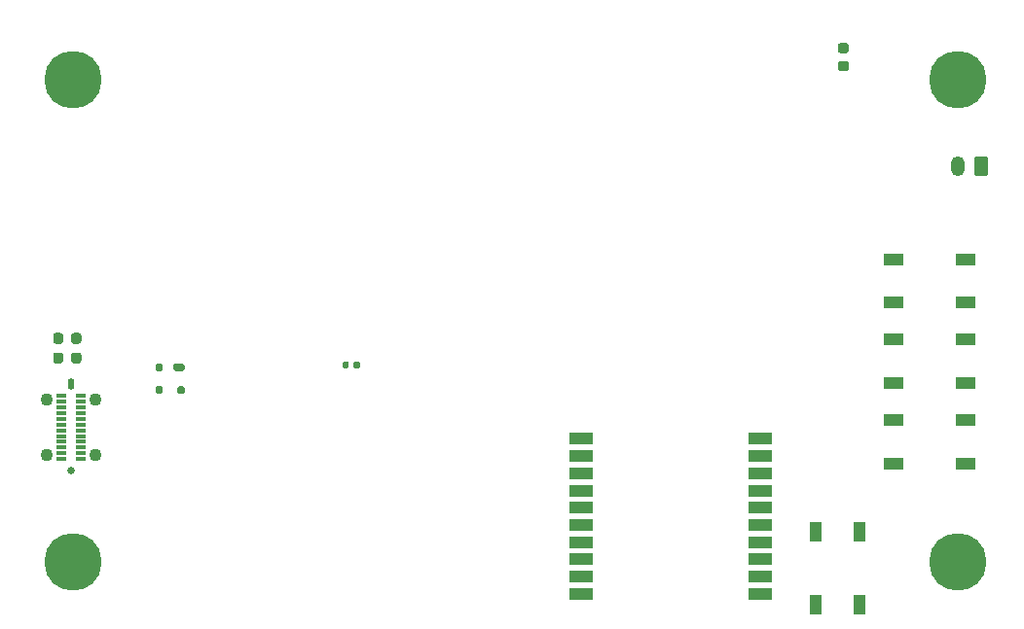
<source format=gts>
G04 #@! TF.GenerationSoftware,KiCad,Pcbnew,8.0.6+1*
G04 #@! TF.CreationDate,2025-02-16T06:01:57+00:00*
G04 #@! TF.ProjectId,gshps,67736870-732e-46b6-9963-61645f706362,C*
G04 #@! TF.SameCoordinates,Original*
G04 #@! TF.FileFunction,Soldermask,Top*
G04 #@! TF.FilePolarity,Negative*
%FSLAX46Y46*%
G04 Gerber Fmt 4.6, Leading zero omitted, Abs format (unit mm)*
G04 Created by KiCad (PCBNEW 8.0.6+1) date 2025-02-16 06:01:57*
%MOMM*%
%LPD*%
G01*
G04 APERTURE LIST*
%ADD10R,1.700000X1.000000*%
%ADD11C,5.000000*%
%ADD12C,0.660000*%
%ADD13O,0.580000X1.000000*%
%ADD14R,0.850000X0.300000*%
%ADD15C,1.100000*%
%ADD16R,1.000000X1.700000*%
%ADD17R,2.000000X1.000000*%
%ADD18O,1.200000X1.750000*%
G04 APERTURE END LIST*
G36*
G01*
X58440000Y-54970000D02*
X58440000Y-54630000D01*
G75*
G02*
X58580000Y-54490000I140000J0D01*
G01*
X58860000Y-54490000D01*
G75*
G02*
X59000000Y-54630000I0J-140000D01*
G01*
X59000000Y-54970000D01*
G75*
G02*
X58860000Y-55110000I-140000J0D01*
G01*
X58580000Y-55110000D01*
G75*
G02*
X58440000Y-54970000I0J140000D01*
G01*
G37*
G36*
G01*
X59400000Y-54970000D02*
X59400000Y-54630000D01*
G75*
G02*
X59540000Y-54490000I140000J0D01*
G01*
X59820000Y-54490000D01*
G75*
G02*
X59960000Y-54630000I0J-140000D01*
G01*
X59960000Y-54970000D01*
G75*
G02*
X59820000Y-55110000I-140000J0D01*
G01*
X59540000Y-55110000D01*
G75*
G02*
X59400000Y-54970000I0J140000D01*
G01*
G37*
D10*
X106350000Y-59600000D03*
X112650000Y-59600000D03*
X106350000Y-63400000D03*
X112650000Y-63400000D03*
D11*
X112000000Y-72000000D03*
D12*
X34835000Y-64000000D03*
D13*
X34835000Y-56500000D03*
D14*
X34000000Y-63000000D03*
X34000000Y-62500000D03*
X34000000Y-62000000D03*
X34000000Y-61500000D03*
X34000000Y-61000000D03*
X34000000Y-60500000D03*
X34000000Y-60000000D03*
X34000000Y-59500000D03*
X34000000Y-59000000D03*
X34000000Y-58500000D03*
X34000000Y-58000000D03*
X34000000Y-57500000D03*
X35670000Y-57500000D03*
X35670000Y-58000000D03*
X35670000Y-58500000D03*
X35670000Y-59000000D03*
X35670000Y-59500000D03*
X35670000Y-60000000D03*
X35670000Y-60500000D03*
X35670000Y-61000000D03*
X35670000Y-61500000D03*
X35670000Y-62000000D03*
X35670000Y-62500000D03*
X35670000Y-63000000D03*
D15*
X32685000Y-62650000D03*
X36985000Y-62650000D03*
X32685000Y-57850000D03*
X36985000Y-57850000D03*
D10*
X106350000Y-52600000D03*
X112650000Y-52600000D03*
X106350000Y-56400000D03*
X112650000Y-56400000D03*
X106350000Y-45600000D03*
X112650000Y-45600000D03*
X106350000Y-49400000D03*
X112650000Y-49400000D03*
D11*
X35000000Y-72000000D03*
X35000000Y-30000000D03*
G36*
G01*
X35725000Y-52243750D02*
X35725000Y-52756250D01*
G75*
G02*
X35506250Y-52975000I-218750J0D01*
G01*
X35068750Y-52975000D01*
G75*
G02*
X34850000Y-52756250I0J218750D01*
G01*
X34850000Y-52243750D01*
G75*
G02*
X35068750Y-52025000I218750J0D01*
G01*
X35506250Y-52025000D01*
G75*
G02*
X35725000Y-52243750I0J-218750D01*
G01*
G37*
G36*
G01*
X34150000Y-52243750D02*
X34150000Y-52756250D01*
G75*
G02*
X33931250Y-52975000I-218750J0D01*
G01*
X33493750Y-52975000D01*
G75*
G02*
X33275000Y-52756250I0J218750D01*
G01*
X33275000Y-52243750D01*
G75*
G02*
X33493750Y-52025000I218750J0D01*
G01*
X33931250Y-52025000D01*
G75*
G02*
X34150000Y-52243750I0J-218750D01*
G01*
G37*
G36*
G01*
X43875000Y-54650000D02*
X44525000Y-54650000D01*
G75*
G02*
X44700000Y-54825000I0J-175000D01*
G01*
X44700000Y-55175000D01*
G75*
G02*
X44525000Y-55350000I-175000J0D01*
G01*
X43875000Y-55350000D01*
G75*
G02*
X43700000Y-55175000I0J175000D01*
G01*
X43700000Y-54825000D01*
G75*
G02*
X43875000Y-54650000I175000J0D01*
G01*
G37*
G36*
G01*
X42350000Y-54650000D02*
X42650000Y-54650000D01*
G75*
G02*
X42800000Y-54800000I0J-150000D01*
G01*
X42800000Y-55200000D01*
G75*
G02*
X42650000Y-55350000I-150000J0D01*
G01*
X42350000Y-55350000D01*
G75*
G02*
X42200000Y-55200000I0J150000D01*
G01*
X42200000Y-54800000D01*
G75*
G02*
X42350000Y-54650000I150000J0D01*
G01*
G37*
G36*
G01*
X42350000Y-56650000D02*
X42650000Y-56650000D01*
G75*
G02*
X42800000Y-56800000I0J-150000D01*
G01*
X42800000Y-57200000D01*
G75*
G02*
X42650000Y-57350000I-150000J0D01*
G01*
X42350000Y-57350000D01*
G75*
G02*
X42200000Y-57200000I0J150000D01*
G01*
X42200000Y-56800000D01*
G75*
G02*
X42350000Y-56650000I150000J0D01*
G01*
G37*
G36*
G01*
X44250000Y-56650000D02*
X44550000Y-56650000D01*
G75*
G02*
X44700000Y-56800000I0J-150000D01*
G01*
X44700000Y-57200000D01*
G75*
G02*
X44550000Y-57350000I-150000J0D01*
G01*
X44250000Y-57350000D01*
G75*
G02*
X44100000Y-57200000I0J150000D01*
G01*
X44100000Y-56800000D01*
G75*
G02*
X44250000Y-56650000I150000J0D01*
G01*
G37*
X112000000Y-30000000D03*
G36*
G01*
X102256250Y-29225000D02*
X101743750Y-29225000D01*
G75*
G02*
X101525000Y-29006250I0J218750D01*
G01*
X101525000Y-28568750D01*
G75*
G02*
X101743750Y-28350000I218750J0D01*
G01*
X102256250Y-28350000D01*
G75*
G02*
X102475000Y-28568750I0J-218750D01*
G01*
X102475000Y-29006250D01*
G75*
G02*
X102256250Y-29225000I-218750J0D01*
G01*
G37*
G36*
G01*
X102256250Y-27650000D02*
X101743750Y-27650000D01*
G75*
G02*
X101525000Y-27431250I0J218750D01*
G01*
X101525000Y-26993750D01*
G75*
G02*
X101743750Y-26775000I218750J0D01*
G01*
X102256250Y-26775000D01*
G75*
G02*
X102475000Y-26993750I0J-218750D01*
G01*
X102475000Y-27431250D01*
G75*
G02*
X102256250Y-27650000I-218750J0D01*
G01*
G37*
G36*
G01*
X35725000Y-53943750D02*
X35725000Y-54456250D01*
G75*
G02*
X35506250Y-54675000I-218750J0D01*
G01*
X35068750Y-54675000D01*
G75*
G02*
X34850000Y-54456250I0J218750D01*
G01*
X34850000Y-53943750D01*
G75*
G02*
X35068750Y-53725000I218750J0D01*
G01*
X35506250Y-53725000D01*
G75*
G02*
X35725000Y-53943750I0J-218750D01*
G01*
G37*
G36*
G01*
X34150000Y-53943750D02*
X34150000Y-54456250D01*
G75*
G02*
X33931250Y-54675000I-218750J0D01*
G01*
X33493750Y-54675000D01*
G75*
G02*
X33275000Y-54456250I0J218750D01*
G01*
X33275000Y-53943750D01*
G75*
G02*
X33493750Y-53725000I218750J0D01*
G01*
X33931250Y-53725000D01*
G75*
G02*
X34150000Y-53943750I0J-218750D01*
G01*
G37*
D16*
X103400000Y-69350000D03*
X103400000Y-75650000D03*
X99600000Y-69350000D03*
X99600000Y-75650000D03*
D17*
X79200000Y-61250000D03*
X79200000Y-62750000D03*
X79200000Y-64250000D03*
X79200000Y-65750000D03*
X79200000Y-67250000D03*
X79200000Y-68750000D03*
X79200000Y-70250000D03*
X79200000Y-71750000D03*
X79200000Y-73250000D03*
X79200000Y-74750000D03*
X94800000Y-74750000D03*
X94800000Y-73250000D03*
X94800000Y-71750000D03*
X94800000Y-70250000D03*
X94800000Y-68750000D03*
X94800000Y-67250000D03*
X94800000Y-65750000D03*
X94800000Y-64250000D03*
X94800000Y-62750000D03*
X94800000Y-61250000D03*
G36*
G01*
X114600000Y-36875000D02*
X114600000Y-38125000D01*
G75*
G02*
X114350000Y-38375000I-250000J0D01*
G01*
X113650000Y-38375000D01*
G75*
G02*
X113400000Y-38125000I0J250000D01*
G01*
X113400000Y-36875000D01*
G75*
G02*
X113650000Y-36625000I250000J0D01*
G01*
X114350000Y-36625000D01*
G75*
G02*
X114600000Y-36875000I0J-250000D01*
G01*
G37*
D18*
X112000000Y-37500000D03*
M02*

</source>
